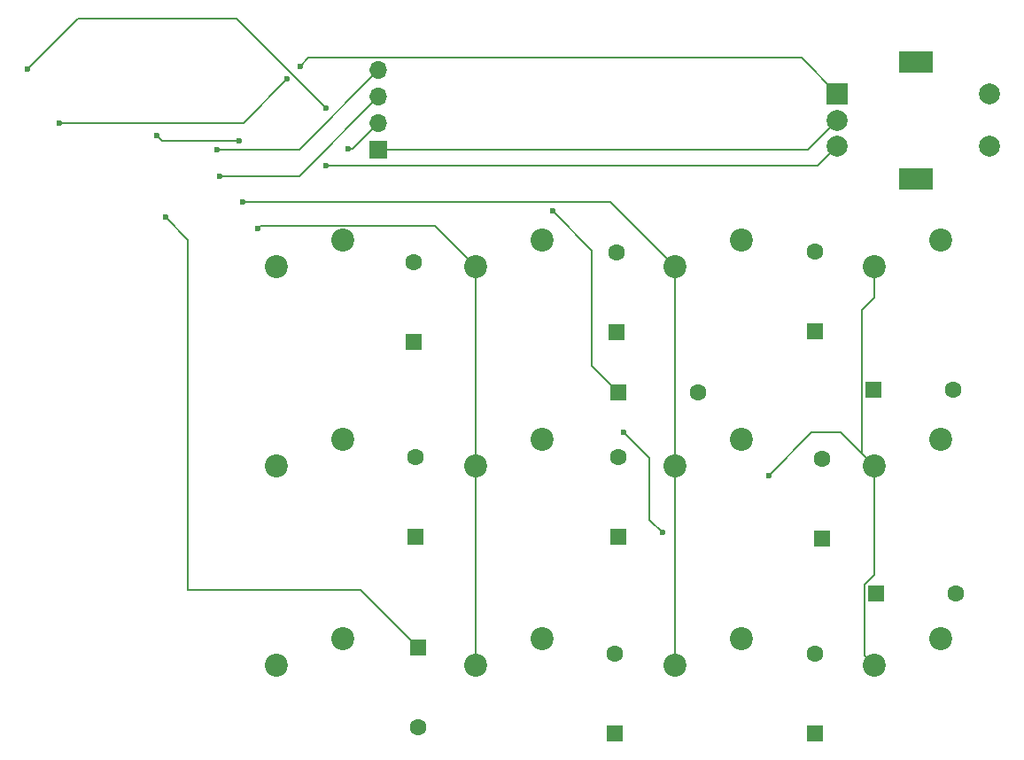
<source format=gbr>
%TF.GenerationSoftware,KiCad,Pcbnew,9.0.7*%
%TF.CreationDate,2026-01-31T21:14:52+02:00*%
%TF.ProjectId,Hackpad,4861636b-7061-4642-9e6b-696361645f70,rev?*%
%TF.SameCoordinates,Original*%
%TF.FileFunction,Copper,L1,Top*%
%TF.FilePolarity,Positive*%
%FSLAX46Y46*%
G04 Gerber Fmt 4.6, Leading zero omitted, Abs format (unit mm)*
G04 Created by KiCad (PCBNEW 9.0.7) date 2026-01-31 21:14:52*
%MOMM*%
%LPD*%
G01*
G04 APERTURE LIST*
G04 Aperture macros list*
%AMRoundRect*
0 Rectangle with rounded corners*
0 $1 Rounding radius*
0 $2 $3 $4 $5 $6 $7 $8 $9 X,Y pos of 4 corners*
0 Add a 4 corners polygon primitive as box body*
4,1,4,$2,$3,$4,$5,$6,$7,$8,$9,$2,$3,0*
0 Add four circle primitives for the rounded corners*
1,1,$1+$1,$2,$3*
1,1,$1+$1,$4,$5*
1,1,$1+$1,$6,$7*
1,1,$1+$1,$8,$9*
0 Add four rect primitives between the rounded corners*
20,1,$1+$1,$2,$3,$4,$5,0*
20,1,$1+$1,$4,$5,$6,$7,0*
20,1,$1+$1,$6,$7,$8,$9,0*
20,1,$1+$1,$8,$9,$2,$3,0*%
G04 Aperture macros list end*
%TA.AperFunction,ComponentPad*%
%ADD10RoundRect,0.250000X0.550000X-0.550000X0.550000X0.550000X-0.550000X0.550000X-0.550000X-0.550000X0*%
%TD*%
%TA.AperFunction,ComponentPad*%
%ADD11C,1.600000*%
%TD*%
%TA.AperFunction,ComponentPad*%
%ADD12C,2.200000*%
%TD*%
%TA.AperFunction,ComponentPad*%
%ADD13RoundRect,0.250000X-0.550000X0.550000X-0.550000X-0.550000X0.550000X-0.550000X0.550000X0.550000X0*%
%TD*%
%TA.AperFunction,ComponentPad*%
%ADD14RoundRect,0.250000X-0.550000X-0.550000X0.550000X-0.550000X0.550000X0.550000X-0.550000X0.550000X0*%
%TD*%
%TA.AperFunction,ComponentPad*%
%ADD15R,1.700000X1.700000*%
%TD*%
%TA.AperFunction,ComponentPad*%
%ADD16O,1.700000X1.700000*%
%TD*%
%TA.AperFunction,ComponentPad*%
%ADD17R,2.000000X2.000000*%
%TD*%
%TA.AperFunction,ComponentPad*%
%ADD18C,2.000000*%
%TD*%
%TA.AperFunction,ComponentPad*%
%ADD19R,3.200000X2.000000*%
%TD*%
%TA.AperFunction,ViaPad*%
%ADD20C,0.600000*%
%TD*%
%TA.AperFunction,Conductor*%
%ADD21C,0.200000*%
%TD*%
G04 APERTURE END LIST*
D10*
%TO.P,D11,1,K*%
%TO.N,Net-(D10-K)*%
X133400000Y-99220000D03*
D11*
%TO.P,D11,2,A*%
%TO.N,Net-(D11-A)*%
X133400000Y-91600000D03*
%TD*%
D12*
%TO.P,SW9,1,1*%
%TO.N,Net-(D10-A)*%
X107315000Y-90170000D03*
%TO.P,SW9,2,2*%
%TO.N,Net-(U1-GPIO2_D8_SCK)*%
X100965000Y-92710000D03*
%TD*%
D10*
%TO.P,D1,1,K*%
%TO.N,Net-(D1-K)*%
X114400000Y-60820000D03*
D11*
%TO.P,D1,2,A*%
%TO.N,Net-(D1-A)*%
X114400000Y-53200000D03*
%TD*%
D12*
%TO.P,SW3,1,1*%
%TO.N,Net-(D3-A)*%
X145415000Y-52070000D03*
%TO.P,SW3,2,2*%
%TO.N,Net-(U1-GPIO1_D7_CSn_RX)*%
X139065000Y-54610000D03*
%TD*%
D10*
%TO.P,D4,1,K*%
%TO.N,Net-(D4-K)*%
X95200000Y-80420000D03*
D11*
%TO.P,D4,2,A*%
%TO.N,Net-(D4-A)*%
X95200000Y-72800000D03*
%TD*%
D10*
%TO.P,D2,1,K*%
%TO.N,Net-(D1-K)*%
X133400000Y-60810000D03*
D11*
%TO.P,D2,2,A*%
%TO.N,Net-(D2-A)*%
X133400000Y-53190000D03*
%TD*%
D12*
%TO.P,SW13,1,1*%
%TO.N,Net-(D5-A)*%
X88265000Y-52070000D03*
%TO.P,SW13,2,2*%
%TO.N,Net-(U1-GPIO4_D9_MISO)*%
X81915000Y-54610000D03*
%TD*%
D10*
%TO.P,D10,1,K*%
%TO.N,Net-(D10-K)*%
X114200000Y-99220000D03*
D11*
%TO.P,D10,2,A*%
%TO.N,Net-(D10-A)*%
X114200000Y-91600000D03*
%TD*%
D10*
%TO.P,D6,1,K*%
%TO.N,Net-(D4-K)*%
X114600000Y-80410000D03*
D11*
%TO.P,D6,2,A*%
%TO.N,Net-(D6-A)*%
X114600000Y-72790000D03*
%TD*%
D12*
%TO.P,SW5,1,1*%
%TO.N,Net-(D6-A)*%
X107315000Y-71120000D03*
%TO.P,SW5,2,2*%
%TO.N,Net-(U1-GPIO2_D8_SCK)*%
X100965000Y-73660000D03*
%TD*%
D13*
%TO.P,D9,1,K*%
%TO.N,Net-(D10-K)*%
X95400000Y-90980000D03*
D11*
%TO.P,D9,2,A*%
%TO.N,Net-(D9-A)*%
X95400000Y-98600000D03*
%TD*%
D12*
%TO.P,SW2,1,1*%
%TO.N,Net-(D2-A)*%
X126365000Y-52070000D03*
%TO.P,SW2,2,2*%
%TO.N,Net-(U1-GPIO0_D6_TX)*%
X120015000Y-54610000D03*
%TD*%
%TO.P,SW6,1,1*%
%TO.N,Net-(D7-A)*%
X126365000Y-71120000D03*
%TO.P,SW6,2,2*%
%TO.N,Net-(U1-GPIO0_D6_TX)*%
X120015000Y-73660000D03*
%TD*%
D10*
%TO.P,D7,1,K*%
%TO.N,Net-(D4-K)*%
X134000000Y-80620000D03*
D11*
%TO.P,D7,2,A*%
%TO.N,Net-(D7-A)*%
X134000000Y-73000000D03*
%TD*%
D12*
%TO.P,SW8,1,1*%
%TO.N,Net-(D9-A)*%
X88265000Y-90170000D03*
%TO.P,SW8,2,2*%
%TO.N,Net-(U1-GPIO4_D9_MISO)*%
X81915000Y-92710000D03*
%TD*%
D14*
%TO.P,D12,1,K*%
%TO.N,Net-(D10-K)*%
X139200000Y-85800000D03*
D11*
%TO.P,D12,2,A*%
%TO.N,Net-(D12-A)*%
X146820000Y-85800000D03*
%TD*%
D15*
%TO.P,J1,1,Pin_1*%
%TO.N,GND*%
X91650000Y-43420000D03*
D16*
%TO.P,J1,2,Pin_2*%
%TO.N,+3.3V*%
X91650000Y-40880000D03*
%TO.P,J1,3,Pin_3*%
%TO.N,SCL*%
X91650000Y-38340000D03*
%TO.P,J1,4,Pin_4*%
%TO.N,SDA*%
X91650000Y-35800000D03*
%TD*%
D12*
%TO.P,SW11,1,1*%
%TO.N,Net-(D12-A)*%
X145415000Y-90170000D03*
%TO.P,SW11,2,2*%
%TO.N,Net-(U1-GPIO1_D7_CSn_RX)*%
X139065000Y-92710000D03*
%TD*%
D14*
%TO.P,D8,1,K*%
%TO.N,Net-(D4-K)*%
X114590000Y-66600000D03*
D11*
%TO.P,D8,2,A*%
%TO.N,Net-(D8-A)*%
X122210000Y-66600000D03*
%TD*%
D10*
%TO.P,D5,1,K*%
%TO.N,Net-(D1-K)*%
X95000000Y-61810000D03*
D11*
%TO.P,D5,2,A*%
%TO.N,Net-(D5-A)*%
X95000000Y-54190000D03*
%TD*%
D14*
%TO.P,D3,1,K*%
%TO.N,Net-(D1-K)*%
X138980000Y-66400000D03*
D11*
%TO.P,D3,2,A*%
%TO.N,Net-(D3-A)*%
X146600000Y-66400000D03*
%TD*%
D12*
%TO.P,SW4,1,1*%
%TO.N,Net-(D4-A)*%
X88265000Y-71120000D03*
%TO.P,SW4,2,2*%
%TO.N,Net-(U1-GPIO4_D9_MISO)*%
X81915000Y-73660000D03*
%TD*%
%TO.P,SW10,1,1*%
%TO.N,Net-(D11-A)*%
X126365000Y-90170000D03*
%TO.P,SW10,2,2*%
%TO.N,Net-(U1-GPIO0_D6_TX)*%
X120015000Y-92710000D03*
%TD*%
D17*
%TO.P,SW17,A,A*%
%TO.N,Net-(U1-GPIO3_D10_MOSI)*%
X135518750Y-38100000D03*
D18*
%TO.P,SW17,B,B*%
%TO.N,Net-(U1-GPIO29_A3_D3)*%
X135518750Y-43100000D03*
%TO.P,SW17,C,C*%
%TO.N,GND*%
X135518750Y-40600000D03*
D19*
%TO.P,SW17,MP*%
%TO.N,N/C*%
X143018750Y-35000000D03*
X143018750Y-46200000D03*
D18*
%TO.P,SW17,S1*%
X150018750Y-43100000D03*
%TO.P,SW17,S2*%
X150018750Y-38100000D03*
%TD*%
D12*
%TO.P,SW7,1,1*%
%TO.N,Net-(D8-A)*%
X145415000Y-71120000D03*
%TO.P,SW7,2,2*%
%TO.N,Net-(U1-GPIO1_D7_CSn_RX)*%
X139065000Y-73660000D03*
%TD*%
%TO.P,SW1,1,1*%
%TO.N,Net-(D1-A)*%
X107315000Y-52070000D03*
%TO.P,SW1,2,2*%
%TO.N,Net-(U1-GPIO2_D8_SCK)*%
X100965000Y-54610000D03*
%TD*%
D20*
%TO.N,Net-(D1-K)*%
X78310000Y-42570000D03*
X70430000Y-42020000D03*
%TO.N,Net-(D4-K)*%
X108260000Y-49240000D03*
%TO.N,Net-(D10-K)*%
X71270000Y-49890000D03*
%TO.N,SCL*%
X76460000Y-45920000D03*
%TO.N,+3.3V*%
X88750000Y-43340000D03*
%TO.N,GND*%
X86590000Y-39420000D03*
X58100000Y-35720000D03*
%TO.N,SDA*%
X76190000Y-43400000D03*
%TO.N,Net-(U1-GPIO2_D8_SCK)*%
X80090000Y-50970000D03*
%TO.N,Net-(U1-GPIO0_D6_TX)*%
X78660000Y-48410000D03*
%TO.N,Net-(U1-GPIO1_D7_CSn_RX)*%
X128920000Y-74540000D03*
X118780000Y-80020000D03*
X115101000Y-70440000D03*
%TO.N,Net-(U1-GPIO3_D10_MOSI)*%
X61110000Y-40850000D03*
X84170000Y-35420000D03*
X82940735Y-36619265D03*
%TO.N,Net-(U1-GPIO29_A3_D3)*%
X86620000Y-44980000D03*
%TD*%
D21*
%TO.N,Net-(D1-K)*%
X70980000Y-42570000D02*
X70430000Y-42020000D01*
X78310000Y-42570000D02*
X70980000Y-42570000D01*
%TO.N,Net-(D4-K)*%
X108260000Y-49240000D02*
X112050000Y-53030000D01*
X112050000Y-53030000D02*
X112050000Y-64060000D01*
X112050000Y-64060000D02*
X114590000Y-66600000D01*
%TO.N,Net-(D10-K)*%
X89920000Y-85500000D02*
X95400000Y-90980000D01*
X73430000Y-85500000D02*
X89920000Y-85500000D01*
X71270000Y-49890000D02*
X73430000Y-52050000D01*
X73430000Y-52050000D02*
X73430000Y-85500000D01*
%TO.N,SCL*%
X84070000Y-45920000D02*
X76460000Y-45920000D01*
X91650000Y-38340000D02*
X84070000Y-45920000D01*
%TO.N,+3.3V*%
X89190000Y-43340000D02*
X91650000Y-40880000D01*
X88750000Y-43340000D02*
X89190000Y-43340000D01*
%TO.N,GND*%
X58100000Y-35720000D02*
X62919000Y-30901000D01*
X72000000Y-30901000D02*
X78071000Y-30901000D01*
X132698750Y-43420000D02*
X91650000Y-43420000D01*
X62919000Y-30901000D02*
X72000000Y-30901000D01*
X135518750Y-40600000D02*
X132698750Y-43420000D01*
X78071000Y-30901000D02*
X86590000Y-39420000D01*
%TO.N,SDA*%
X84050000Y-43400000D02*
X76190000Y-43400000D01*
X91650000Y-35800000D02*
X84050000Y-43400000D01*
%TO.N,Net-(U1-GPIO2_D8_SCK)*%
X97024000Y-50669000D02*
X100965000Y-54610000D01*
X100965000Y-54610000D02*
X100965000Y-73660000D01*
X80391000Y-50669000D02*
X97024000Y-50669000D01*
X100965000Y-73660000D02*
X100965000Y-92710000D01*
X80090000Y-50970000D02*
X80391000Y-50669000D01*
%TO.N,Net-(U1-GPIO0_D6_TX)*%
X78660000Y-48410000D02*
X113815000Y-48410000D01*
X120015000Y-73660000D02*
X120015000Y-92710000D01*
X120015000Y-54610000D02*
X120015000Y-73660000D01*
X113815000Y-48410000D02*
X120015000Y-54610000D01*
%TO.N,Net-(U1-GPIO1_D7_CSn_RX)*%
X117544000Y-72883000D02*
X117544000Y-78784000D01*
X139065000Y-84048840D02*
X138099000Y-85014840D01*
X139065000Y-54610000D02*
X139065000Y-57578470D01*
X139065000Y-73660000D02*
X139065000Y-84048840D01*
X137879000Y-58764470D02*
X137879000Y-72474000D01*
X139065000Y-57578470D02*
X137879000Y-58764470D01*
X138099000Y-85014840D02*
X138099000Y-91744000D01*
X133060000Y-70400000D02*
X135805000Y-70400000D01*
X138099000Y-91744000D02*
X139065000Y-92710000D01*
X137879000Y-72474000D02*
X139065000Y-73660000D01*
X128920000Y-74540000D02*
X133060000Y-70400000D01*
X115101000Y-70440000D02*
X117544000Y-72883000D01*
X135805000Y-70400000D02*
X139065000Y-73660000D01*
X117544000Y-78784000D02*
X118780000Y-80020000D01*
%TO.N,Net-(U1-GPIO3_D10_MOSI)*%
X82940735Y-36619265D02*
X78710000Y-40850000D01*
X84941000Y-34649000D02*
X84170000Y-35420000D01*
X132067750Y-34649000D02*
X84941000Y-34649000D01*
X135518750Y-38100000D02*
X132067750Y-34649000D01*
X78710000Y-40850000D02*
X61110000Y-40850000D01*
%TO.N,Net-(U1-GPIO29_A3_D3)*%
X135518750Y-43100000D02*
X133638750Y-44980000D01*
X133638750Y-44980000D02*
X86620000Y-44980000D01*
%TD*%
M02*

</source>
